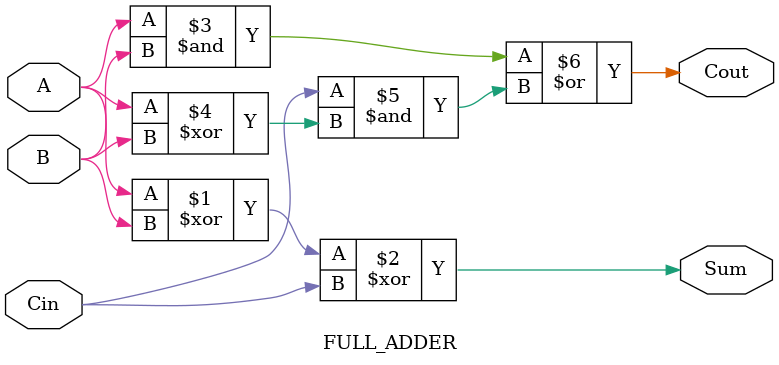
<source format=v>
module FULL_ADDER(
   input A,      // First input bit
    input B,      // Second input bit
    input Cin,    // Carry-in bit
    output Sum,   // Sum output
    output Cout   // Carry-out output
);
  wire w1 ,w2 ,w3;
    assign Sum = A ^ B ^ Cin;        // XOR operation for sum
    assign Cout = (A & B) | (Cin & (A ^ B));  // Carry-out calculation


endmodule

</source>
